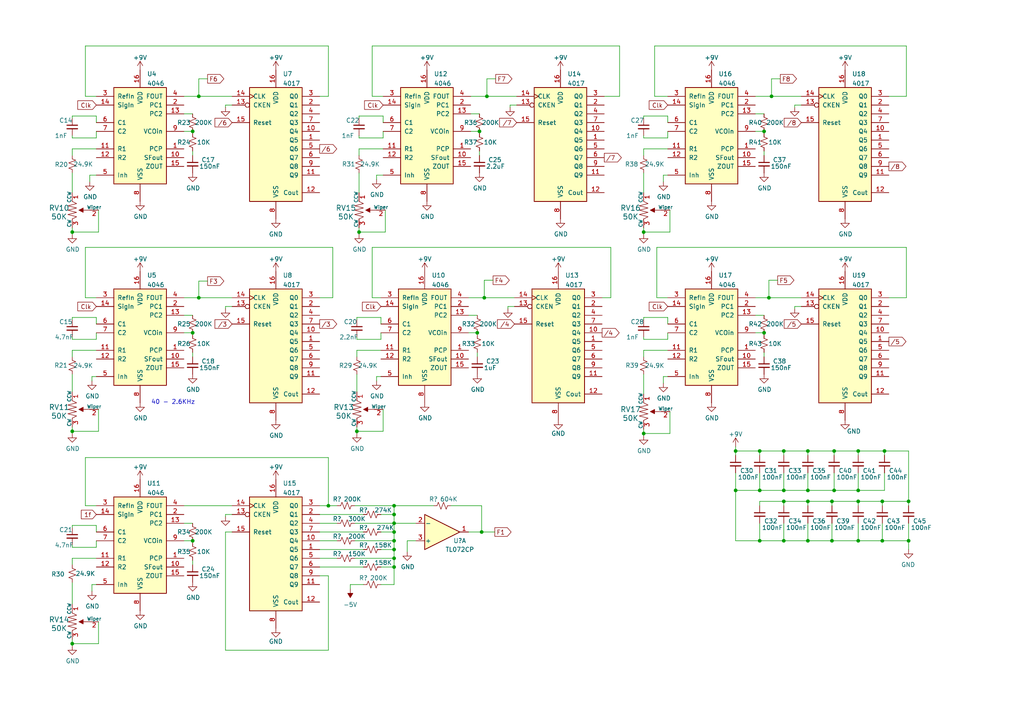
<source format=kicad_sch>
(kicad_sch (version 20211123) (generator eeschema)
  (paper "A4")
  (junction (at 55.88 156.845))
  (junction (at 55.88 96.52))
  (junction (at 114.3 161.925))
  (junction (at 241.3 156.845))
  (junction (at 227.33 142.24))
  (junction (at 139.065 38.1))
  (junction (at 20.955 67.31))
  (junction (at 186.69 125.73))
  (junction (at 139.7 154.305))
  (junction (at 263.525 145.415))
  (junction (at 57.658 27.94))
  (junction (at 248.92 142.24))
  (junction (at 114.3 164.465))
  (junction (at 114.3 154.305))
  (junction (at 256.54 130.81))
  (junction (at 186.69 67.31))
  (junction (at 234.315 145.415))
  (junction (at 95.25 146.685))
  (junction (at 220.345 156.845))
  (junction (at 55.88 38.1))
  (junction (at 234.315 142.24))
  (junction (at 141.224 27.94))
  (junction (at 20.955 186.69))
  (junction (at 227.33 156.845))
  (junction (at 140.462 86.36))
  (junction (at 248.92 156.845))
  (junction (at 114.3 159.385))
  (junction (at 227.33 145.415))
  (junction (at 114.3 149.225))
  (junction (at 241.3 145.415))
  (junction (at 114.3 156.845))
  (junction (at 263.525 156.845))
  (junction (at 138.43 96.52))
  (junction (at 114.3 146.685))
  (junction (at 213.36 142.24))
  (junction (at 114.3 151.765))
  (junction (at 221.615 96.52))
  (junction (at 234.315 156.845))
  (junction (at 220.345 130.81))
  (junction (at 20.955 125.095))
  (junction (at 223.774 27.94))
  (junction (at 255.905 156.845))
  (junction (at 227.33 130.81))
  (junction (at 241.935 130.81))
  (junction (at 255.905 145.415))
  (junction (at 241.935 142.24))
  (junction (at 57.658 86.36))
  (junction (at 234.315 130.81))
  (junction (at 223.012 86.36))
  (junction (at 103.505 125.095))
  (junction (at 220.345 142.24))
  (junction (at 221.615 38.1))
  (junction (at 248.92 145.415))
  (junction (at 248.92 130.81))
  (junction (at 104.14 67.31))
  (junction (at 213.36 130.81))
  (wire (pts (xy 103.505 98.425) (xy 103.505 97.79)))
  (wire (pts (xy 20.955 123.825) (xy 20.955 125.095)))
  (wire (pts (xy 220.345 137.16) (xy 220.345 142.24)))
  (wire (pts (xy 192.405 52.705) (xy 192.405 50.8)))
  (wire (pts (xy 109.22 50.8) (xy 111.125 50.8)))
  (wire (pts (xy 248.92 130.81) (xy 256.54 130.81)))
  (wire (pts (xy 193.675 92.075) (xy 186.69 92.075)))
  (wire (pts (xy 225.552 81.28) (xy 223.012 81.28)))
  (wire (pts (xy 28.575 180.34) (xy 28.575 186.69)))
  (wire (pts (xy 103.505 101.6) (xy 103.505 103.505)))
  (wire (pts (xy 53.34 96.52) (xy 55.88 96.52)))
  (wire (pts (xy 109.22 52.07) (xy 109.22 50.8)))
  (wire (pts (xy 213.36 129.54) (xy 213.36 130.81)))
  (wire (pts (xy 55.88 102.235) (xy 55.88 103.505)))
  (wire (pts (xy 139.7 154.305) (xy 135.89 154.305)))
  (wire (pts (xy 92.71 156.845) (xy 97.79 156.845)))
  (wire (pts (xy 262.89 27.94) (xy 257.81 27.94)))
  (wire (pts (xy 220.345 132.08) (xy 220.345 130.81)))
  (wire (pts (xy 219.075 38.1) (xy 221.615 38.1)))
  (wire (pts (xy 241.3 146.685) (xy 241.3 145.415)))
  (wire (pts (xy 102.87 146.685) (xy 114.3 146.685)))
  (wire (pts (xy 60.198 81.534) (xy 57.658 81.534)))
  (wire (pts (xy 103.505 108.585) (xy 103.505 113.665)))
  (wire (pts (xy 226.314 22.86) (xy 223.774 22.86)))
  (wire (pts (xy 111.76 60.96) (xy 111.76 67.31)))
  (wire (pts (xy 28.575 118.745) (xy 28.575 125.095)))
  (wire (pts (xy 92.71 167.005) (xy 95.25 167.005)))
  (wire (pts (xy 96.52 86.36) (xy 92.71 86.36)))
  (wire (pts (xy 193.675 86.36) (xy 190.5 86.36)))
  (wire (pts (xy 27.94 161.925) (xy 20.955 161.925)))
  (wire (pts (xy 192.405 111.125) (xy 192.405 109.22)))
  (wire (pts (xy 262.89 86.36) (xy 257.81 86.36)))
  (wire (pts (xy 27.94 96.52) (xy 27.94 98.425)))
  (wire (pts (xy 65.405 188.595) (xy 65.405 154.305)))
  (wire (pts (xy 263.525 146.685) (xy 263.525 145.415)))
  (wire (pts (xy 219.075 27.94) (xy 223.774 27.94)))
  (wire (pts (xy 140.462 86.36) (xy 149.225 86.36)))
  (wire (pts (xy 177.165 71.755) (xy 177.165 86.36)))
  (wire (pts (xy 95.25 132.715) (xy 95.25 146.685)))
  (wire (pts (xy 53.34 33.02) (xy 55.88 33.02)))
  (wire (pts (xy 110.49 169.545) (xy 114.3 169.545)))
  (wire (pts (xy 263.525 156.845) (xy 263.525 159.385)))
  (wire (pts (xy 57.658 81.534) (xy 57.658 86.36)))
  (wire (pts (xy 27.94 156.845) (xy 27.94 158.75)))
  (wire (pts (xy 110.49 149.225) (xy 114.3 149.225)))
  (wire (pts (xy 255.905 146.685) (xy 255.905 145.415)))
  (wire (pts (xy 147.32 89.535) (xy 147.32 88.9)))
  (wire (pts (xy 114.3 154.305) (xy 114.3 156.845)))
  (wire (pts (xy 114.3 156.845) (xy 114.3 159.385)))
  (wire (pts (xy 53.34 156.845) (xy 55.88 156.845)))
  (wire (pts (xy 256.54 130.81) (xy 263.525 130.81)))
  (wire (pts (xy 194.31 67.31) (xy 186.69 67.31)))
  (wire (pts (xy 20.955 50.165) (xy 20.955 55.88)))
  (wire (pts (xy 101.6 169.545) (xy 105.41 169.545)))
  (wire (pts (xy 24.765 27.94) (xy 24.765 13.335)))
  (wire (pts (xy 110.49 96.52) (xy 110.49 98.425)))
  (wire (pts (xy 135.89 91.44) (xy 138.43 91.44)))
  (wire (pts (xy 20.955 43.18) (xy 20.955 45.085)))
  (wire (pts (xy 111.125 38.1) (xy 111.125 40.005)))
  (wire (pts (xy 213.36 156.845) (xy 220.345 156.845)))
  (wire (pts (xy 189.865 27.94) (xy 189.865 13.335)))
  (wire (pts (xy 234.315 145.415) (xy 241.3 145.415)))
  (wire (pts (xy 110.49 93.98) (xy 110.49 92.075)))
  (wire (pts (xy 241.3 156.845) (xy 248.92 156.845)))
  (wire (pts (xy 136.525 38.1) (xy 139.065 38.1)))
  (wire (pts (xy 107.95 27.94) (xy 107.95 13.335)))
  (wire (pts (xy 194.31 125.73) (xy 186.69 125.73)))
  (wire (pts (xy 109.22 110.49) (xy 109.22 109.22)))
  (wire (pts (xy 219.075 86.36) (xy 223.012 86.36)))
  (wire (pts (xy 104.14 40.005) (xy 104.14 39.37)))
  (wire (pts (xy 57.658 27.94) (xy 67.31 27.94)))
  (wire (pts (xy 92.71 154.305) (xy 105.41 154.305)))
  (wire (pts (xy 248.92 145.415) (xy 255.905 145.415)))
  (wire (pts (xy 26.67 169.545) (xy 27.94 169.545)))
  (wire (pts (xy 27.94 93.98) (xy 27.94 92.075)))
  (wire (pts (xy 53.34 27.94) (xy 57.658 27.94)))
  (wire (pts (xy 55.88 96.52) (xy 55.88 97.155)))
  (wire (pts (xy 95.25 146.685) (xy 97.79 146.685)))
  (wire (pts (xy 248.92 142.24) (xy 256.54 142.24)))
  (wire (pts (xy 219.075 33.02) (xy 221.615 33.02)))
  (wire (pts (xy 190.5 86.36) (xy 190.5 71.755)))
  (wire (pts (xy 193.675 33.655) (xy 186.69 33.655)))
  (wire (pts (xy 114.3 164.465) (xy 114.3 169.545)))
  (wire (pts (xy 179.705 27.94) (xy 175.26 27.94)))
  (wire (pts (xy 104.14 66.04) (xy 104.14 67.31)))
  (wire (pts (xy 255.905 151.765) (xy 255.905 156.845)))
  (wire (pts (xy 186.69 101.6) (xy 186.69 103.505)))
  (wire (pts (xy 111.125 27.94) (xy 107.95 27.94)))
  (wire (pts (xy 186.69 50.165) (xy 186.69 55.88)))
  (wire (pts (xy 227.33 156.845) (xy 234.315 156.845)))
  (wire (pts (xy 96.52 71.755) (xy 96.52 86.36)))
  (wire (pts (xy 65.405 31.115) (xy 65.405 30.48)))
  (wire (pts (xy 234.315 142.24) (xy 241.935 142.24)))
  (wire (pts (xy 248.92 132.08) (xy 248.92 130.81)))
  (wire (pts (xy 255.905 156.845) (xy 263.525 156.845)))
  (wire (pts (xy 186.69 66.04) (xy 186.69 67.31)))
  (wire (pts (xy 190.5 71.755) (xy 262.89 71.755)))
  (wire (pts (xy 234.315 132.08) (xy 234.315 130.81)))
  (wire (pts (xy 227.33 145.415) (xy 234.315 145.415)))
  (wire (pts (xy 57.658 22.86) (xy 57.658 27.94)))
  (wire (pts (xy 20.955 98.425) (xy 20.955 97.79)))
  (wire (pts (xy 111.125 33.655) (xy 104.14 33.655)))
  (wire (pts (xy 136.525 27.94) (xy 141.224 27.94)))
  (wire (pts (xy 220.345 156.845) (xy 227.33 156.845)))
  (wire (pts (xy 220.345 130.81) (xy 227.33 130.81)))
  (wire (pts (xy 263.525 151.765) (xy 263.525 156.845)))
  (wire (pts (xy 27.94 35.56) (xy 27.94 33.655)))
  (wire (pts (xy 26.67 109.22) (xy 27.94 109.22)))
  (wire (pts (xy 27.94 33.655) (xy 20.955 33.655)))
  (wire (pts (xy 262.89 13.335) (xy 262.89 27.94)))
  (wire (pts (xy 186.69 124.46) (xy 186.69 125.73)))
  (wire (pts (xy 92.71 164.465) (xy 105.41 164.465)))
  (wire (pts (xy 255.905 145.415) (xy 263.525 145.415)))
  (wire (pts (xy 221.615 102.235) (xy 221.615 103.505)))
  (wire (pts (xy 248.92 156.845) (xy 255.905 156.845)))
  (wire (pts (xy 143.764 22.86) (xy 141.224 22.86)))
  (wire (pts (xy 24.765 71.755) (xy 96.52 71.755)))
  (wire (pts (xy 20.955 108.585) (xy 20.955 113.665)))
  (wire (pts (xy 140.462 81.28) (xy 140.462 86.36)))
  (wire (pts (xy 213.36 132.08) (xy 213.36 130.81)))
  (wire (pts (xy 20.955 67.31) (xy 20.955 67.945)))
  (wire (pts (xy 234.315 146.685) (xy 234.315 145.415)))
  (wire (pts (xy 234.315 156.845) (xy 241.3 156.845)))
  (wire (pts (xy 114.3 151.765) (xy 120.65 151.765)))
  (wire (pts (xy 53.34 146.685) (xy 67.31 146.685)))
  (wire (pts (xy 53.34 38.1) (xy 55.88 38.1)))
  (wire (pts (xy 186.69 125.73) (xy 186.69 126.365)))
  (wire (pts (xy 110.49 86.36) (xy 107.95 86.36)))
  (wire (pts (xy 193.675 101.6) (xy 186.69 101.6)))
  (wire (pts (xy 223.774 22.86) (xy 223.774 27.94)))
  (wire (pts (xy 248.92 146.685) (xy 248.92 145.415)))
  (wire (pts (xy 194.31 60.96) (xy 194.31 67.31)))
  (wire (pts (xy 230.505 89.535) (xy 230.505 88.9)))
  (wire (pts (xy 241.3 151.765) (xy 241.3 156.845)))
  (wire (pts (xy 55.88 162.56) (xy 55.88 163.83)))
  (wire (pts (xy 20.955 66.04) (xy 20.955 67.31)))
  (wire (pts (xy 138.43 96.52) (xy 138.43 97.155)))
  (wire (pts (xy 102.87 161.925) (xy 114.3 161.925)))
  (wire (pts (xy 130.81 146.685) (xy 139.7 146.685)))
  (wire (pts (xy 193.675 96.52) (xy 193.675 98.425)))
  (wire (pts (xy 230.505 30.48) (xy 232.41 30.48)))
  (wire (pts (xy 220.345 146.685) (xy 220.345 145.415)))
  (wire (pts (xy 230.505 31.115) (xy 230.505 30.48)))
  (wire (pts (xy 92.71 161.925) (xy 97.79 161.925)))
  (wire (pts (xy 111.125 40.005) (xy 104.14 40.005)))
  (wire (pts (xy 179.705 13.335) (xy 179.705 27.94)))
  (wire (pts (xy 227.33 146.685) (xy 227.33 145.415)))
  (wire (pts (xy 28.575 125.095) (xy 20.955 125.095)))
  (wire (pts (xy 111.125 125.095) (xy 103.505 125.095)))
  (wire (pts (xy 221.615 38.1) (xy 221.615 38.735)))
  (wire (pts (xy 139.7 146.685) (xy 139.7 154.305)))
  (wire (pts (xy 110.49 159.385) (xy 114.3 159.385)))
  (wire (pts (xy 28.575 60.96) (xy 28.575 67.31)))
  (wire (pts (xy 213.36 142.24) (xy 213.36 156.845)))
  (wire (pts (xy 141.224 22.86) (xy 141.224 27.94)))
  (wire (pts (xy 111.125 118.745) (xy 111.125 125.095)))
  (wire (pts (xy 186.69 92.075) (xy 186.69 92.71)))
  (wire (pts (xy 194.31 119.38) (xy 194.31 125.73)))
  (wire (pts (xy 26.035 52.705) (xy 26.035 50.8)))
  (wire (pts (xy 114.3 161.925) (xy 114.3 164.465)))
  (wire (pts (xy 27.94 40.005) (xy 20.955 40.005)))
  (wire (pts (xy 24.765 132.715) (xy 24.765 146.685)))
  (wire (pts (xy 27.94 152.4) (xy 20.955 152.4)))
  (wire (pts (xy 65.405 149.86) (xy 65.405 149.225)))
  (wire (pts (xy 141.224 27.94) (xy 149.86 27.94)))
  (wire (pts (xy 55.88 156.845) (xy 55.88 157.48)))
  (wire (pts (xy 234.315 137.16) (xy 234.315 142.24)))
  (wire (pts (xy 20.955 185.42) (xy 20.955 186.69)))
  (wire (pts (xy 92.71 151.765) (xy 97.79 151.765)))
  (wire (pts (xy 186.69 43.18) (xy 186.69 45.085)))
  (wire (pts (xy 107.95 86.36) (xy 107.95 71.755)))
  (wire (pts (xy 92.71 159.385) (xy 105.41 159.385)))
  (wire (pts (xy 230.505 88.9) (xy 232.41 88.9)))
  (wire (pts (xy 53.34 86.36) (xy 57.658 86.36)))
  (wire (pts (xy 193.675 40.005) (xy 186.69 40.005)))
  (wire (pts (xy 95.25 188.595) (xy 65.405 188.595)))
  (wire (pts (xy 26.67 169.545) (xy 26.67 171.45)))
  (wire (pts (xy 139.7 154.305) (xy 143.51 154.305)))
  (wire (pts (xy 109.22 109.22) (xy 110.49 109.22)))
  (wire (pts (xy 27.94 98.425) (xy 20.955 98.425)))
  (wire (pts (xy 213.36 130.81) (xy 220.345 130.81)))
  (wire (pts (xy 102.87 151.765) (xy 114.3 151.765)))
  (wire (pts (xy 234.315 151.765) (xy 234.315 156.845)))
  (wire (pts (xy 186.69 40.005) (xy 186.69 39.37)))
  (wire (pts (xy 111.76 67.31) (xy 104.14 67.31)))
  (wire (pts (xy 219.075 96.52) (xy 221.615 96.52)))
  (wire (pts (xy 27.94 27.94) (xy 24.765 27.94)))
  (wire (pts (xy 28.575 67.31) (xy 20.955 67.31)))
  (wire (pts (xy 241.935 142.24) (xy 248.92 142.24)))
  (wire (pts (xy 220.345 142.24) (xy 227.33 142.24)))
  (wire (pts (xy 193.675 93.98) (xy 193.675 92.075)))
  (wire (pts (xy 20.955 168.91) (xy 20.955 175.26)))
  (wire (pts (xy 110.49 154.305) (xy 114.3 154.305)))
  (wire (pts (xy 111.125 35.56) (xy 111.125 33.655)))
  (wire (pts (xy 136.525 33.02) (xy 139.065 33.02)))
  (wire (pts (xy 27.94 92.075) (xy 20.955 92.075)))
  (wire (pts (xy 220.345 151.765) (xy 220.345 156.845)))
  (wire (pts (xy 101.6 170.815) (xy 101.6 169.545)))
  (wire (pts (xy 192.405 50.8) (xy 193.675 50.8)))
  (wire (pts (xy 135.89 86.36) (xy 140.462 86.36)))
  (wire (pts (xy 241.3 145.415) (xy 248.92 145.415)))
  (wire (pts (xy 186.69 98.425) (xy 186.69 97.79)))
  (wire (pts (xy 20.955 152.4) (xy 20.955 153.035)))
  (wire (pts (xy 227.33 132.08) (xy 227.33 130.81)))
  (wire (pts (xy 60.198 22.86) (xy 57.658 22.86)))
  (wire (pts (xy 110.49 98.425) (xy 103.505 98.425)))
  (wire (pts (xy 26.67 110.49) (xy 26.67 109.22)))
  (wire (pts (xy 65.405 154.305) (xy 67.31 154.305)))
  (wire (pts (xy 248.92 151.765) (xy 248.92 156.845)))
  (wire (pts (xy 139.065 43.815) (xy 139.065 45.085)))
  (wire (pts (xy 110.49 164.465) (xy 114.3 164.465)))
  (wire (pts (xy 20.955 33.655) (xy 20.955 34.29)))
  (wire (pts (xy 147.32 88.9) (xy 149.225 88.9)))
  (wire (pts (xy 102.87 156.845) (xy 114.3 156.845)))
  (wire (pts (xy 186.69 108.585) (xy 186.69 114.3)))
  (wire (pts (xy 20.955 158.75) (xy 20.955 158.115)))
  (wire (pts (xy 95.25 132.715) (xy 24.765 132.715)))
  (wire (pts (xy 95.25 27.94) (xy 92.71 27.94)))
  (wire (pts (xy 227.33 142.24) (xy 234.315 142.24)))
  (wire (pts (xy 256.54 132.08) (xy 256.54 130.81)))
  (wire (pts (xy 27.94 158.75) (xy 20.955 158.75)))
  (wire (pts (xy 65.405 30.48) (xy 67.31 30.48)))
  (wire (pts (xy 95.25 13.335) (xy 95.25 27.94)))
  (wire (pts (xy 234.315 130.81) (xy 241.935 130.81)))
  (wire (pts (xy 53.34 151.765) (xy 55.88 151.765)))
  (wire (pts (xy 147.955 30.48) (xy 149.86 30.48)))
  (wire (pts (xy 27.94 43.18) (xy 20.955 43.18)))
  (wire (pts (xy 104.14 33.655) (xy 104.14 34.29)))
  (wire (pts (xy 227.33 137.16) (xy 227.33 142.24)))
  (wire (pts (xy 118.11 156.845) (xy 120.65 156.845)))
  (wire (pts (xy 103.505 125.095) (xy 103.505 125.73)))
  (wire (pts (xy 118.11 160.02) (xy 118.11 156.845)))
  (wire (pts (xy 262.89 71.755) (xy 262.89 86.36)))
  (wire (pts (xy 114.3 146.685) (xy 125.73 146.685)))
  (wire (pts (xy 103.505 92.075) (xy 103.505 92.71)))
  (wire (pts (xy 65.405 89.535) (xy 65.405 88.9)))
  (wire (pts (xy 107.95 13.335) (xy 179.705 13.335)))
  (wire (pts (xy 57.658 86.36) (xy 67.31 86.36)))
  (wire (pts (xy 193.675 38.1) (xy 193.675 40.005)))
  (wire (pts (xy 256.54 137.16) (xy 256.54 142.24)))
  (wire (pts (xy 219.075 91.44) (xy 221.615 91.44)))
  (wire (pts (xy 20.955 161.925) (xy 20.955 163.83)))
  (wire (pts (xy 263.525 130.81) (xy 263.525 145.415)))
  (wire (pts (xy 213.36 137.16) (xy 213.36 142.24)))
  (wire (pts (xy 193.675 35.56) (xy 193.675 33.655)))
  (wire (pts (xy 193.675 27.94) (xy 189.865 27.94)))
  (wire (pts (xy 193.675 43.18) (xy 186.69 43.18)))
  (wire (pts (xy 55.88 43.815) (xy 55.88 45.085)))
  (wire (pts (xy 223.012 86.36) (xy 232.41 86.36)))
  (wire (pts (xy 107.95 71.755) (xy 177.165 71.755)))
  (wire (pts (xy 213.36 142.24) (xy 220.345 142.24)))
  (wire (pts (xy 104.14 50.165) (xy 104.14 55.88)))
  (wire (pts (xy 189.865 13.335) (xy 262.89 13.335)))
  (wire (pts (xy 139.065 38.1) (xy 139.065 38.735)))
  (wire (pts (xy 28.575 186.69) (xy 20.955 186.69)))
  (wire (pts (xy 114.3 146.685) (xy 114.3 149.225)))
  (wire (pts (xy 114.3 149.225) (xy 114.3 151.765)))
  (wire (pts (xy 221.615 43.815) (xy 221.615 45.085)))
  (wire (pts (xy 241.935 130.81) (xy 248.92 130.81)))
  (wire (pts (xy 53.34 91.44) (xy 55.88 91.44)))
  (wire (pts (xy 193.675 98.425) (xy 186.69 98.425)))
  (wire (pts (xy 186.69 67.31) (xy 186.69 67.945)))
  (wire (pts (xy 95.25 167.005) (xy 95.25 188.595)))
  (wire (pts (xy 20.955 125.095) (xy 20.955 125.73)))
  (wire (pts (xy 177.165 86.36) (xy 174.625 86.36)))
  (wire (pts (xy 26.035 50.8) (xy 27.94 50.8)))
  (wire (pts (xy 114.3 151.765) (xy 114.3 154.305)))
  (wire (pts (xy 65.405 88.9) (xy 67.31 88.9)))
  (wire (pts (xy 227.33 130.81) (xy 234.315 130.81)))
  (wire (pts (xy 227.33 151.765) (xy 227.33 156.845)))
  (wire (pts (xy 192.405 109.22) (xy 193.675 109.22)))
  (wire (pts (xy 147.955 31.115) (xy 147.955 30.48)))
  (wire (pts (xy 143.002 81.28) (xy 140.462 81.28)))
  (wire (pts (xy 186.69 33.655) (xy 186.69 34.29)))
  (wire (pts (xy 220.345 145.415) (xy 227.33 145.415)))
  (wire (pts (xy 104.14 67.31) (xy 104.14 67.945)))
  (wire (pts (xy 221.615 96.52) (xy 221.615 97.155)))
  (wire (pts (xy 24.765 86.36) (xy 24.765 71.755)))
  (wire (pts (xy 24.765 13.335) (xy 95.25 13.335)))
  (wire (pts (xy 27.94 86.36) (xy 24.765 86.36)))
  (wire (pts (xy 20.955 92.075) (xy 20.955 92.71)))
  (wire (pts (xy 114.3 159.385) (xy 114.3 161.925)))
  (wire (pts (xy 92.71 149.225) (xy 105.41 149.225)))
  (wire (pts (xy 103.505 123.825) (xy 103.505 125.095)))
  (wire (pts (xy 223.012 81.28) (xy 223.012 86.36)))
  (wire (pts (xy 110.49 101.6) (xy 103.505 101.6)))
  (wire (pts (xy 110.49 92.075) (xy 103.505 92.075)))
  (wire (pts (xy 27.94 101.6) (xy 20.955 101.6)))
  (wire (pts (xy 20.955 101.6) (xy 20.955 103.505)))
  (wire (pts (xy 20.955 40.005) (xy 20.955 39.37)))
  (wire (pts (xy 104.14 43.18) (xy 104.14 45.085)))
  (wire (pts (xy 111.125 43.18) (xy 104.14 43.18)))
  (wire (pts (xy 248.92 137.16) (xy 248.92 142.24)))
  (wire (pts (xy 27.94 154.305) (xy 27.94 152.4)))
  (wire (pts (xy 65.405 149.225) (xy 67.31 149.225)))
  (wire (pts (xy 135.89 96.52) (xy 138.43 96.52)))
  (wire (pts (xy 55.88 38.1) (xy 55.88 38.735)))
  (wire (pts (xy 92.71 146.685) (xy 95.25 146.685)))
  (wire (pts (xy 241.935 137.16) (xy 241.935 142.24)))
  (wire (pts (xy 27.94 38.1) (xy 27.94 40.005)))
  (wire (pts (xy 241.935 132.08) (xy 241.935 130.81)))
  (wire (pts (xy 138.43 102.235) (xy 138.43 103.505)))
  (wire (pts (xy 24.765 146.685) (xy 27.94 146.685)))
  (wire (pts (xy 223.774 27.94) (xy 232.41 27.94)))
  (wire (pts (xy 20.955 186.69) (xy 20.955 187.325)))
  (text "40 - 2.6KHz" (at 43.815 117.475 0) (effects (font (size 1.27 1.27)) (justify left bottom)))
  (global_label "F7" (shape output) (at 143.764 22.86 0) (property "Intersheet References" "${INTERSHEET_REFS}" (effects hide)))
  (global_label "{slash}8" (shape output) (at 257.81 48.26 0) (property "Intersheet References" "${INTERSHEET_REFS}" (effects hide)))
  (global_label "F5" (shape output) (at 225.552 81.28 0) (property "Intersheet References" "${INTERSHEET_REFS}" (effects hide)))
  (global_label "{slash}7" (shape output) (at 175.26 45.72 0) (property "Intersheet References" "${INTERSHEET_REFS}" (effects hide)))
  (global_label "1f" (shape input) (at 27.94 149.225 180) (property "Intersheet References" "${INTERSHEET_REFS}" (effects hide)))
  (global_label "Clk" (shape input) (at 111.125 30.48 180) (property "Intersheet References" "${INTERSHEET_REFS}" (effects hide)))
  (global_label "{slash}8" (shape input) (at 232.41 35.56 180) (property "Intersheet References" "${INTERSHEET_REFS}" (effects hide)))
  (global_label "{slash}4" (shape input) (at 149.225 93.98 180) (property "Intersheet References" "${INTERSHEET_REFS}" (effects hide)))
  (global_label "{slash}3" (shape input) (at 67.31 93.98 180) (property "Intersheet References" "${INTERSHEET_REFS}" (effects hide)))
  (global_label "Clk" (shape input) (at 110.49 88.9 180) (property "Intersheet References" "${INTERSHEET_REFS}" (effects hide)))
  (global_label "{slash}6" (shape input) (at 67.31 35.56 180) (property "Intersheet References" "${INTERSHEET_REFS}" (effects hide)))
  (global_label "F1" (shape output) (at 143.51 154.305 0) (property "Intersheet References" "${INTERSHEET_REFS}" (effects hide)))
  (global_label "Clk" (shape input) (at 27.94 30.48 180) (property "Intersheet References" "${INTERSHEET_REFS}" (effects hide)))
  (global_label "F4" (shape output) (at 143.002 81.28 0) (property "Intersheet References" "${INTERSHEET_REFS}" (effects hide)))
  (global_label "{slash}5" (shape output) (at 257.81 99.06 0) (property "Intersheet References" "${INTERSHEET_REFS}" (effects hide)))
  (global_label "F3" (shape output) (at 60.198 81.534 0) (property "Intersheet References" "${INTERSHEET_REFS}" (effects hide)))
  (global_label "{slash}7" (shape input) (at 149.86 35.56 180) (property "Intersheet References" "${INTERSHEET_REFS}" (effects hide)))
  (global_label "F6" (shape output) (at 60.198 22.86 0) (property "Intersheet References" "${INTERSHEET_REFS}" (effects hide)))
  (global_label "{slash}5" (shape input) (at 232.41 93.98 180) (property "Intersheet References" "${INTERSHEET_REFS}" (effects hide)))
  (global_label "F8" (shape output) (at 226.314 22.86 0) (property "Intersheet References" "${INTERSHEET_REFS}" (effects hide)))
  (global_label "Clk" (shape input) (at 193.675 30.48 180) (property "Intersheet References" "${INTERSHEET_REFS}" (effects hide)))
  (global_label "Clk" (shape input) (at 27.94 88.9 180) (property "Intersheet References" "${INTERSHEET_REFS}" (effects hide)))
  (global_label "{slash}3" (shape output) (at 92.71 93.98 0) (property "Intersheet References" "${INTERSHEET_REFS}" (effects hide)))
  (global_label "Clk" (shape input) (at 193.675 88.9 180) (property "Intersheet References" "${INTERSHEET_REFS}" (effects hide)))
  (global_label "{slash}4" (shape output) (at 174.625 96.52 0) (property "Intersheet References" "${INTERSHEET_REFS}" (effects hide)))
  (global_label "{slash}6" (shape output) (at 92.71 43.18 0) (property "Intersheet References" "${INTERSHEET_REFS}" (effects hide)))
  (symbol (lib_id "dk_Trimmer-Potentiometers:TC33X-2-103E") (at 104.14 60.96 270) (unit 1)
    (property "Reference" "RV15" (at 100.33 60.325 90) (effects (font (size 1.524 1.524))))
    (property "Value" "50K" (at 100.33 62.865 90) (effects (font (size 1.524 1.524))))
    (property "Footprint" "sputterizer:Potentiometer_Bourns_3224W_Vertical" (effects hide))
    (property "Datasheet" "https://www.bourns.com/docs/Product-Datasheets/TC33.pdf" (effects hide))
    (property "Digi-Key Part" "490-2881-ND" (effects hide))
    (property "LCSC Part #" "C48484" (effects hide))
  )
  (symbol (lib_id "4xxx:4017") (at 80.01 40.64 0) (unit 1)
    (property "Reference" "U7" (at 82.0294 21.4335 0) (effects (justify left)))
    (property "Value" "4017" (at 82.0294 24.2086 0) (effects (justify left)))
    (property "Footprint" "Package_SO:SOIC-16_3.9x9.9mm_P1.27mm" (effects hide))
    (property "Datasheet" "http://www.intersil.com/content/dam/Intersil/documents/cd40/cd4017bms-22bms.pdf" (effects hide))
    (property "Digi-Key Part" "296-12808-1-ND" (effects hide))
    (property "LCSC Part #" "C11349" (effects hide))
  )
  (symbol (lib_id "4xxx:4046") (at 206.375 38.1 0) (unit 1)
    (property "Reference" "U16" (at 208.3944 21.4335 0) (effects (justify left)))
    (property "Value" "4046" (at 208.3944 24.2086 0) (effects (justify left)))
    (property "Footprint" "Package_SO:TSSOP-16_4.4x5mm_P0.65mm" (effects hide))
    (property "Datasheet" "https://assets.nexperia.com/documents/data-sheet/HEF4046B.pdf" (effects hide))
    (property "LCSC Part #" "C2651240" (effects hide))
  )
  (symbol (lib_id "4xxx:4017") (at 161.925 99.06 0) (unit 1)
    (property "Reference" "U13" (at 163.9444 79.8535 0) (effects (justify left)))
    (property "Value" "4017" (at 163.9444 82.6286 0) (effects (justify left)))
    (property "Footprint" "Package_SO:SOIC-16_3.9x9.9mm_P1.27mm" (effects hide))
    (property "Datasheet" "http://www.intersil.com/content/dam/Intersil/documents/cd40/cd4017bms-22bms.pdf" (effects hide))
    (property "Digi-Key Part" "296-12808-1-ND" (effects hide))
    (property "LCSC Part #" "C11349" (effects hide))
  )
  (symbol (lib_id "Device:R_Small_US") (at 138.43 99.695 0) (unit 1)
    (property "Reference" "R33" (at 135.89 99.695 0))
    (property "Value" "10K" (at 141.605 99.695 0))
    (property "Footprint" "Resistor_SMD:R_0805_2012Metric_Pad1.20x1.40mm_HandSolder" (effects hide))
    (property "Digi-Key Part" "CF14JT10K0CT-ND" (effects hide))
    (property "LCSC Part #" "C217770" (effects hide))
  )
  (symbol (lib_id "4xxx:4046") (at 40.64 96.52 0) (unit 1)
    (property "Reference" "U5" (at 42.6594 79.8535 0) (effects (justify left)))
    (property "Value" "4046" (at 42.6594 82.6286 0) (effects (justify left)))
    (property "Footprint" "Package_SO:TSSOP-16_4.4x5mm_P0.65mm" (effects hide))
    (property "Datasheet" "https://assets.nexperia.com/documents/data-sheet/HEF4046B.pdf" (effects hide))
    (property "LCSC Part #" "C2651240" (effects hide))
  )
  (symbol (lib_id "Device:C_Small") (at 213.36 134.62 0) (unit 1)
    (property "Reference" "C30" (at 214.63 136.525 0) (effects (justify left)))
    (property "Value" "100nF" (at 213.995 138.43 0) (effects (justify left)))
    (property "Footprint" "Capacitor_SMD:C_0805_2012Metric_Pad1.18x1.45mm_HandSolder" (effects hide))
    (property "Datasheet" "http://datasheets.avx.com/SR-Series.pdf" (effects hide))
    (property "Digi-Key Part" "478-10836-1-ND" (effects hide))
    (property "LCSC Part #" "C49678" (effects hide))
  )
  (symbol (lib_id "power:GND") (at 245.11 121.92 0) (unit 1)
    (property "Reference" "#PWR072" (effects hide))
    (property "Value" "GND" (at 247.65 125.095 0))
  )
  (symbol (lib_id "Device:C_Small") (at 20.955 155.575 0) (unit 1)
    (property "Reference" "C21" (at 17.145 153.67 0) (effects (justify left)))
    (property "Value" "4.7nF" (at 15.875 158.115 0) (effects (justify left)))
    (property "Footprint" "Capacitor_SMD:C_0805_2012Metric_Pad1.18x1.45mm_HandSolder" (effects hide))
    (property "Datasheet" "http://datasheets.avx.com/SR-Series.pdf" (effects hide))
    (property "Digi-Key Part" "BC2662CT-ND" (effects hide))
    (property "LCSC Part #" "C107104" (effects hide))
  )
  (symbol (lib_id "Device:C_Small") (at 103.505 95.25 0) (unit 1)
    (property "Reference" "C20" (at 99.695 93.345 0) (effects (justify left)))
    (property "Value" "2.2nF" (at 98.425 97.79 0) (effects (justify left)))
    (property "Footprint" "Capacitor_SMD:C_0805_2012Metric_Pad1.18x1.45mm_HandSolder" (effects hide))
    (property "Datasheet" "http://datasheets.avx.com/SR-Series.pdf" (effects hide))
    (property "Digi-Key Part" "BC2662CT-ND" (effects hide))
    (property "LCSC Part #" "C150375" (effects hide))
  )
  (symbol (lib_id "Device:R_Small_US") (at 139.065 41.275 0) (unit 1)
    (property "Reference" "R37" (at 136.525 41.275 0))
    (property "Value" "10K" (at 142.24 41.275 0))
    (property "Footprint" "Resistor_SMD:R_0805_2012Metric_Pad1.20x1.40mm_HandSolder" (effects hide))
    (property "Digi-Key Part" "CF14JT10K0CT-ND" (effects hide))
    (property "LCSC Part #" "C217770" (effects hide))
  )
  (symbol (lib_id "dk_Trimmer-Potentiometers:TC33X-2-103E") (at 186.69 119.38 270) (unit 1)
    (property "Reference" "RV17" (at 182.88 118.745 90) (effects (font (size 1.524 1.524))))
    (property "Value" "50K" (at 182.88 121.285 90) (effects (font (size 1.524 1.524))))
    (property "Footprint" "sputterizer:Potentiometer_Bourns_3224W_Vertical" (effects hide))
    (property "Datasheet" "https://www.bourns.com/docs/Product-Datasheets/TC33.pdf" (effects hide))
    (property "Digi-Key Part" "490-2881-ND" (effects hide))
    (property "LCSC Part #" "C48484" (effects hide))
  )
  (symbol (lib_id "Device:R_Small_US") (at 55.88 99.695 0) (unit 1)
    (property "Reference" "R26" (at 53.34 99.695 0))
    (property "Value" "10K" (at 59.055 99.695 0))
    (property "Footprint" "Resistor_SMD:R_0805_2012Metric_Pad1.20x1.40mm_HandSolder" (effects hide))
    (property "Digi-Key Part" "CF14JT10K0CT-ND" (effects hide))
    (property "LCSC Part #" "C217770" (effects hide))
  )
  (symbol (lib_id "Amplifier_Operational:TL072") (at 128.27 154.305 0) (mirror x) (unit 1)
    (property "Reference" "U?" (at 133.35 156.845 0))
    (property "Value" "TL072CP" (at 133.35 159.385 0))
    (property "Footprint" "Package_SO:SOIC-8_3.9x4.9mm_P1.27mm" (effects hide))
    (property "Digi-Key Part" "296-1775-5-ND" (effects hide))
    (property "LCSC Part #" "C67473" (effects hide))
  )
  (symbol (lib_id "Device:R_Small_US") (at 100.33 151.765 90) (unit 1)
    (property "Reference" "R?" (at 97.79 150.495 90))
    (property "Value" "300K" (at 103.505 150.495 90))
    (property "Footprint" "Resistor_SMD:R_0805_2012Metric_Pad1.20x1.40mm_HandSolder" (effects hide))
    (property "Digi-Key Part" "CF14JT10K0CT-ND" (effects hide))
    (property "LCSC Part #" "C104082" (effects hide))
  )
  (symbol (lib_id "power:GND") (at 109.22 52.07 0) (unit 1)
    (property "Reference" "#PWR038" (effects hide))
    (property "Value" "GND" (at 109.347 56.4642 0))
  )
  (symbol (lib_id "power:GND") (at 80.01 63.5 0) (unit 1)
    (property "Reference" "#PWR031" (effects hide))
    (property "Value" "GND" (at 80.01 67.945 0))
  )
  (symbol (lib_id "Device:C_Small") (at 256.54 134.62 0) (unit 1)
    (property "Reference" "C44" (at 257.81 136.525 0) (effects (justify left)))
    (property "Value" "100nF" (at 257.175 138.43 0) (effects (justify left)))
    (property "Footprint" "Capacitor_SMD:C_0805_2012Metric_Pad1.18x1.45mm_HandSolder" (effects hide))
    (property "Datasheet" "http://datasheets.avx.com/SR-Series.pdf" (effects hide))
    (property "Digi-Key Part" "478-10836-1-ND" (effects hide))
    (property "LCSC Part #" "C49678" (effects hide))
  )
  (symbol (lib_id "Device:R_Small_US") (at 100.33 146.685 90) (unit 1)
    (property "Reference" "R?" (at 97.79 144.78 90))
    (property "Value" "200K" (at 102.235 144.78 90))
    (property "Footprint" "Resistor_SMD:R_0805_2012Metric_Pad1.20x1.40mm_HandSolder" (effects hide))
    (property "Digi-Key Part" "CF14JT10K0CT-ND" (effects hide))
    (property "LCSC Part #" "C104082" (effects hide))
  )
  (symbol (lib_id "power:GND") (at 20.955 125.73 0) (unit 1)
    (property "Reference" "#PWR0131" (effects hide))
    (property "Value" "GND" (at 21.082 130.1242 0))
  )
  (symbol (lib_id "power:GND") (at 26.67 171.45 0) (unit 1)
    (property "Reference" "#PWR037" (effects hide))
    (property "Value" "GND" (at 26.797 175.8442 0))
  )
  (symbol (lib_id "4xxx:4017") (at 245.11 99.06 0) (unit 1)
    (property "Reference" "U19" (at 247.1294 79.8535 0) (effects (justify left)))
    (property "Value" "4017" (at 247.1294 82.6286 0) (effects (justify left)))
    (property "Footprint" "Package_SO:SOIC-16_3.9x9.9mm_P1.27mm" (effects hide))
    (property "Datasheet" "http://www.intersil.com/content/dam/Intersil/documents/cd40/cd4017bms-22bms.pdf" (effects hide))
    (property "Digi-Key Part" "296-12808-1-ND" (effects hide))
    (property "LCSC Part #" "C11349" (effects hide))
  )
  (symbol (lib_id "power:GND") (at 20.955 67.945 0) (unit 1)
    (property "Reference" "#PWR0132" (effects hide))
    (property "Value" "GND" (at 21.082 72.3392 0))
  )
  (symbol (lib_id "dk_Trimmer-Potentiometers:TC33X-2-103E") (at 186.69 60.96 270) (unit 1)
    (property "Reference" "RV16" (at 182.88 60.325 90) (effects (font (size 1.524 1.524))))
    (property "Value" "50K" (at 182.88 62.865 90) (effects (font (size 1.524 1.524))))
    (property "Footprint" "sputterizer:Potentiometer_Bourns_3224W_Vertical" (effects hide))
    (property "Datasheet" "https://www.bourns.com/docs/Product-Datasheets/TC33.pdf" (effects hide))
    (property "Digi-Key Part" "490-2881-ND" (effects hide))
    (property "LCSC Part #" "C48484" (effects hide))
  )
  (symbol (lib_id "power:GND") (at 161.925 121.92 0) (unit 1)
    (property "Reference" "#PWR052" (effects hide))
    (property "Value" "GND" (at 161.925 125.73 0))
  )
  (symbol (lib_id "power:GND") (at 26.035 52.705 0) (unit 1)
    (property "Reference" "#PWR015" (effects hide))
    (property "Value" "GND" (at 26.162 57.0992 0))
  )
  (symbol (lib_id "power:GND") (at 263.525 159.385 0) (mirror y) (unit 1)
    (property "Reference" "#PWR068" (effects hide))
    (property "Value" "GND" (at 263.398 163.7792 0))
  )
  (symbol (lib_id "Device:C_Small") (at 227.33 134.62 0) (unit 1)
    (property "Reference" "C33" (at 228.6 136.525 0) (effects (justify left)))
    (property "Value" "100nF" (at 227.965 138.43 0) (effects (justify left)))
    (property "Footprint" "Capacitor_SMD:C_0805_2012Metric_Pad1.18x1.45mm_HandSolder" (effects hide))
    (property "Datasheet" "http://datasheets.avx.com/SR-Series.pdf" (effects hide))
    (property "Digi-Key Part" "478-10836-1-ND" (effects hide))
    (property "LCSC Part #" "C49678" (effects hide))
  )
  (symbol (lib_id "Device:R_Small_US") (at 221.615 41.275 0) (unit 1)
    (property "Reference" "R41" (at 219.075 41.275 0))
    (property "Value" "10K" (at 224.79 41.275 0))
    (property "Footprint" "Resistor_SMD:R_0805_2012Metric_Pad1.20x1.40mm_HandSolder" (effects hide))
    (property "Digi-Key Part" "CF14JT10K0CT-ND" (effects hide))
    (property "LCSC Part #" "C217770" (effects hide))
  )
  (symbol (lib_id "Device:R_Small_US") (at 107.95 164.465 90) (unit 1)
    (property "Reference" "R?" (at 105.41 163.195 90))
    (property "Value" "158K" (at 111.125 163.195 90))
    (property "Footprint" "Resistor_SMD:R_0805_2012Metric_Pad1.20x1.40mm_HandSolder" (effects hide))
    (property "Digi-Key Part" "CF14JT10K0CT-ND" (effects hide))
    (property "LCSC Part #" "C104082" (effects hide))
  )
  (symbol (lib_id "Device:R_Small_US") (at 221.615 93.98 0) (unit 1)
    (property "Reference" "R42" (at 219.075 93.98 0))
    (property "Value" "200K" (at 224.79 93.98 0))
    (property "Footprint" "Resistor_SMD:R_0805_2012Metric_Pad1.20x1.40mm_HandSolder" (effects hide))
    (property "Digi-Key Part" "CF14JT10K0CT-ND" (effects hide))
    (property "LCSC Part #" "C104082" (effects hide))
  )
  (symbol (lib_id "power:+9V") (at 80.01 78.74 0) (unit 1)
    (property "Reference" "#PWR0116" (effects hide))
    (property "Value" "+9V" (at 80.01 75.1355 0))
  )
  (symbol (lib_id "Device:R_Small_US") (at 20.955 106.045 0) (unit 1)
    (property "Reference" "R21" (at 17.682 105.9688 0))
    (property "Value" "24.9K" (at 24.13 106.045 0))
    (property "Footprint" "Resistor_SMD:R_0603_1608Metric" (effects hide))
    (property "Digi-Key Part" "CF14JT10K0CT-ND" (effects hide))
    (property "LCSC Part #" "C137761" (effects hide))
  )
  (symbol (lib_id "power:+9V") (at 123.825 20.32 0) (unit 1)
    (property "Reference" "#PWR0126" (effects hide))
    (property "Value" "+9V" (at 123.825 16.7155 0))
  )
  (symbol (lib_id "power:GND") (at 147.955 31.115 0) (unit 1)
    (property "Reference" "#PWR049" (effects hide))
    (property "Value" "GND" (effects hide))
  )
  (symbol (lib_id "power:+9V") (at 206.375 78.74 0) (unit 1)
    (property "Reference" "#PWR0120" (effects hide))
    (property "Value" "+9V" (at 206.375 75.1355 0))
  )
  (symbol (lib_id "Device:C_Small") (at 241.3 149.225 0) (unit 1)
    (property "Reference" "C39" (at 242.57 151.13 0) (effects (justify left)))
    (property "Value" "100nF" (at 241.935 153.035 0) (effects (justify left)))
    (property "Footprint" "Capacitor_SMD:C_0805_2012Metric_Pad1.18x1.45mm_HandSolder" (effects hide))
    (property "Datasheet" "http://datasheets.avx.com/SR-Series.pdf" (effects hide))
    (property "Digi-Key Part" "478-10836-1-ND" (effects hide))
    (property "LCSC Part #" "C49678" (effects hide))
  )
  (symbol (lib_id "Device:C_Small") (at 248.92 149.225 0) (unit 1)
    (property "Reference" "C42" (at 250.19 151.13 0) (effects (justify left)))
    (property "Value" "100nF" (at 249.555 153.035 0) (effects (justify left)))
    (property "Footprint" "Capacitor_SMD:C_0805_2012Metric_Pad1.18x1.45mm_HandSolder" (effects hide))
    (property "Datasheet" "http://datasheets.avx.com/SR-Series.pdf" (effects hide))
    (property "Digi-Key Part" "478-10836-1-ND" (effects hide))
    (property "LCSC Part #" "C49678" (effects hide))
  )
  (symbol (lib_id "Device:C_Small") (at 55.88 106.045 0) (unit 1)
    (property "Reference" "C18" (at 58.42 104.775 0) (effects (justify left)))
    (property "Value" "150nF" (at 57.785 106.68 0) (effects (justify left)))
    (property "Footprint" "Capacitor_SMD:C_0805_2012Metric_Pad1.18x1.45mm_HandSolder" (effects hide))
    (property "Datasheet" "http://datasheets.avx.com/SR-Series.pdf" (effects hide))
    (property "Digi-Key Part" "478-10836-1-ND" (effects hide))
    (property "LCSC Part #" "C541525" (effects hide))
  )
  (symbol (lib_id "power:+9V") (at 213.36 129.54 0) (unit 1)
    (property "Reference" "#PWR0119" (effects hide))
    (property "Value" "+9V" (at 213.36 125.9355 0))
  )
  (symbol (lib_id "Device:C_Small") (at 234.315 149.225 0) (unit 1)
    (property "Reference" "C36" (at 235.585 151.13 0) (effects (justify left)))
    (property "Value" "100nF" (at 234.95 153.035 0) (effects (justify left)))
    (property "Footprint" "Capacitor_SMD:C_0805_2012Metric_Pad1.18x1.45mm_HandSolder" (effects hide))
    (property "Datasheet" "http://datasheets.avx.com/SR-Series.pdf" (effects hide))
    (property "Digi-Key Part" "478-10836-1-ND" (effects hide))
    (property "LCSC Part #" "C49678" (effects hide))
  )
  (symbol (lib_id "power:GND") (at 80.01 121.92 0) (unit 1)
    (property "Reference" "#PWR033" (effects hide))
    (property "Value" "GND" (at 80.137 126.3142 0))
  )
  (symbol (lib_id "dk_Trimmer-Potentiometers:TC33X-2-103E") (at 20.955 180.34 270) (unit 1)
    (property "Reference" "RV14" (at 17.145 179.705 90) (effects (font (size 1.524 1.524))))
    (property "Value" "50K" (at 17.145 182.245 90) (effects (font (size 1.524 1.524))))
    (property "Footprint" "sputterizer:Potentiometer_Bourns_3224W_Vertical" (effects hide))
    (property "Datasheet" "https://www.bourns.com/docs/Product-Datasheets/TC33.pdf" (effects hide))
    (property "Digi-Key Part" "490-2881-ND" (effects hide))
    (property "LCSC Part #" "C48484" (effects hide))
  )
  (symbol (lib_id "power:GND") (at 104.14 67.945 0) (unit 1)
    (property "Reference" "#PWR0136" (effects hide))
    (property "Value" "GND" (at 104.267 72.3392 0))
  )
  (symbol (lib_id "power:+9V") (at 40.64 78.74 0) (unit 1)
    (property "Reference" "#PWR0115" (effects hide))
    (property "Value" "+9V" (at 40.64 75.1355 0))
  )
  (symbol (lib_id "power:GND") (at 192.405 111.125 0) (unit 1)
    (property "Reference" "#PWR059" (effects hide))
    (property "Value" "GND" (at 192.532 115.5192 0))
  )
  (symbol (lib_id "Device:R_Small_US") (at 128.27 146.685 90) (unit 1)
    (property "Reference" "R?" (at 125.73 144.78 90))
    (property "Value" "604K" (at 130.175 144.78 90))
    (property "Footprint" "Resistor_SMD:R_0805_2012Metric_Pad1.20x1.40mm_HandSolder" (effects hide))
    (property "Digi-Key Part" "CF14JT10K0CT-ND" (effects hide))
    (property "LCSC Part #" "C104082" (effects hide))
  )
  (symbol (lib_id "Device:C_Small") (at 221.615 47.625 0) (unit 1)
    (property "Reference" "C37" (at 224.155 46.355 0) (effects (justify left)))
    (property "Value" "150nF" (at 223.52 48.26 0) (effects (justify left)))
    (property "Footprint" "Capacitor_SMD:C_0805_2012Metric_Pad1.18x1.45mm_HandSolder" (effects hide))
    (property "Datasheet" "http://datasheets.avx.com/SR-Series.pdf" (effects hide))
    (property "Digi-Key Part" "478-10836-1-ND" (effects hide))
    (property "LCSC Part #" "C541525" (effects hide))
  )
  (symbol (lib_id "power:GND") (at 139.065 50.165 0) (unit 1)
    (property "Reference" "#PWR047" (effects hide))
    (property "Value" "GND" (at 139.192 54.5592 0))
  )
  (symbol (lib_id "power:+9V") (at 162.56 20.32 0) (unit 1)
    (property "Reference" "#PWR0127" (effects hide))
    (property "Value" "+9V" (at 162.56 16.7155 0))
  )
  (symbol (lib_id "power:GND") (at 123.19 116.84 0) (unit 1)
    (property "Reference" "#PWR040" (effects hide))
    (property "Value" "GND" (at 123.317 121.2342 0))
  )
  (symbol (lib_id "Device:R_Small_US") (at 55.88 41.275 0) (unit 1)
    (property "Reference" "R24" (at 53.34 41.275 0))
    (property "Value" "10K" (at 59.055 41.275 0))
    (property "Footprint" "Resistor_SMD:R_0805_2012Metric_Pad1.20x1.40mm_HandSolder" (effects hide))
    (property "Digi-Key Part" "CF14JT10K0CT-ND" (effects hide))
    (property "LCSC Part #" "C217770" (effects hide))
  )
  (symbol (lib_id "power:GND") (at 230.505 89.535 0) (unit 1)
    (property "Reference" "#PWR067" (effects hide))
    (property "Value" "GND" (effects hide))
  )
  (symbol (lib_id "Device:R_Small_US") (at 55.88 93.98 0) (unit 1)
    (property "Reference" "R25" (at 53.34 93.98 0))
    (property "Value" "200K" (at 59.055 93.98 0))
    (property "Footprint" "Resistor_SMD:R_0805_2012Metric_Pad1.20x1.40mm_HandSolder" (effects hide))
    (property "Digi-Key Part" "CF14JT10K0CT-ND" (effects hide))
    (property "LCSC Part #" "C104082" (effects hide))
  )
  (symbol (lib_id "Device:R_Small_US") (at 100.33 161.925 90) (unit 1)
    (property "Reference" "R?" (at 97.79 160.655 90))
    (property "Value" "150K" (at 103.505 160.655 90))
    (property "Footprint" "Resistor_SMD:R_0805_2012Metric_Pad1.20x1.40mm_HandSolder" (effects hide))
    (property "Digi-Key Part" "CF14JT10K0CT-ND" (effects hide))
    (property "LCSC Part #" "C104082" (effects hide))
  )
  (symbol (lib_id "Device:C_Small") (at 220.345 134.62 0) (unit 1)
    (property "Reference" "C31" (at 221.615 136.525 0) (effects (justify left)))
    (property "Value" "100nF" (at 220.98 138.43 0) (effects (justify left)))
    (property "Footprint" "Capacitor_SMD:C_0805_2012Metric_Pad1.18x1.45mm_HandSolder" (effects hide))
    (property "Datasheet" "http://datasheets.avx.com/SR-Series.pdf" (effects hide))
    (property "Digi-Key Part" "478-10836-1-ND" (effects hide))
    (property "LCSC Part #" "C49678" (effects hide))
  )
  (symbol (lib_id "power:GND") (at 40.64 177.165 0) (unit 1)
    (property "Reference" "#PWR042" (effects hide))
    (property "Value" "GND" (at 40.767 181.5592 0))
  )
  (symbol (lib_id "Device:R_Small_US") (at 107.95 154.305 90) (unit 1)
    (property "Reference" "R?" (at 105.41 153.035 90))
    (property "Value" "274K" (at 111.76 153.035 90))
    (property "Footprint" "Resistor_SMD:R_0805_2012Metric_Pad1.20x1.40mm_HandSolder" (effects hide))
    (property "Digi-Key Part" "CF14JT10K0CT-ND" (effects hide))
    (property "LCSC Part #" "C104082" (effects hide))
  )
  (symbol (lib_id "power:GND") (at 40.64 58.42 0) (unit 1)
    (property "Reference" "#PWR019" (effects hide))
    (property "Value" "GND" (at 40.767 62.8142 0))
  )
  (symbol (lib_id "4xxx:4046") (at 123.825 38.1 0) (unit 1)
    (property "Reference" "U12" (at 125.8444 21.4335 0) (effects (justify left)))
    (property "Value" "4046" (at 125.8444 24.2086 0) (effects (justify left)))
    (property "Footprint" "Package_SO:TSSOP-16_4.4x5mm_P0.65mm" (effects hide))
    (property "Datasheet" "https://assets.nexperia.com/documents/data-sheet/HEF4046B.pdf" (effects hide))
    (property "LCSC Part #" "C2651240" (effects hide))
  )
  (symbol (lib_id "power:GND") (at 65.405 89.535 0) (unit 1)
    (property "Reference" "#PWR028" (effects hide))
    (property "Value" "GND" (effects hide))
  )
  (symbol (lib_id "Device:R_Small_US") (at 100.33 156.845 90) (unit 1)
    (property "Reference" "R?" (at 97.79 155.575 90))
    (property "Value" "200K" (at 103.505 155.575 90))
    (property "Footprint" "Resistor_SMD:R_0805_2012Metric_Pad1.20x1.40mm_HandSolder" (effects hide))
    (property "Digi-Key Part" "CF14JT10K0CT-ND" (effects hide))
    (property "LCSC Part #" "C104082" (effects hide))
  )
  (symbol (lib_id "power:GND") (at 192.405 52.705 0) (unit 1)
    (property "Reference" "#PWR058" (effects hide))
    (property "Value" "GND" (at 192.532 57.0992 0))
  )
  (symbol (lib_id "Device:R_Small_US") (at 20.955 166.37 0) (unit 1)
    (property "Reference" "R30" (at 16.8222 166.5332 0))
    (property "Value" "24.9K" (at 24.765 166.37 0))
    (property "Footprint" "Resistor_SMD:R_0603_1608Metric" (effects hide))
    (property "Digi-Key Part" "CF14JT10K0CT-ND" (effects hide))
    (property "LCSC Part #" "C137761" (effects hide))
  )
  (symbol (lib_id "Device:R_Small_US") (at 138.43 93.98 0) (unit 1)
    (property "Reference" "R32" (at 135.89 93.98 0))
    (property "Value" "200K" (at 141.605 93.98 0))
    (property "Footprint" "Resistor_SMD:R_0805_2012Metric_Pad1.20x1.40mm_HandSolder" (effects hide))
    (property "Digi-Key Part" "CF14JT10K0CT-ND" (effects hide))
    (property "LCSC Part #" "C104082" (effects hide))
  )
  (symbol (lib_id "Device:C_Small") (at 138.43 106.045 0) (unit 1)
    (property "Reference" "C23" (at 140.97 104.775 0) (effects (justify left)))
    (property "Value" "1uF" (at 140.335 106.68 0) (effects (justify left)))
    (property "Footprint" "Capacitor_SMD:C_0805_2012Metric_Pad1.18x1.45mm_HandSolder" (effects hide))
    (property "Datasheet" "http://datasheets.avx.com/SR-Series.pdf" (effects hide))
    (property "Digi-Key Part" "478-10836-1-ND" (effects hide))
    (property "LCSC Part #" "C541525" (effects hide))
  )
  (symbol (lib_id "power:GND") (at 221.615 108.585 0) (unit 1)
    (property "Reference" "#PWR065" (effects hide))
    (property "Value" "GND" (at 221.742 112.9792 0))
  )
  (symbol (lib_id "Device:R_Small_US") (at 186.69 47.625 0) (unit 1)
    (property "Reference" "R38" (at 183.1941 47.6381 0))
    (property "Value" "24.9K" (at 189.865 47.625 0))
    (property "Footprint" "Resistor_SMD:R_0603_1608Metric" (effects hide))
    (property "Digi-Key Part" "CF14JT10K0CT-ND" (effects hide))
    (property "LCSC Part #" "C137761" (effects hide))
  )
  (symbol (lib_id "Device:C_Small") (at 55.88 166.37 0) (unit 1)
    (property "Reference" "C24" (at 58.42 165.1 0) (effects (justify left)))
    (property "Value" "150nF" (at 57.785 167.005 0) (effects (justify left)))
    (property "Footprint" "Capacitor_SMD:C_0805_2012Metric_Pad1.18x1.45mm_HandSolder" (effects hide))
    (property "Datasheet" "http://datasheets.avx.com/SR-Series.pdf" (effects hide))
    (property "Digi-Key Part" "478-10836-1-ND" (effects hide))
    (property "LCSC Part #" "C541525" (effects hide))
  )
  (symbol (lib_id "power:GND") (at 206.375 116.84 0) (unit 1)
    (property "Reference" "#PWR063" (effects hide))
    (property "Value" "GND" (at 206.502 121.2342 0))
  )
  (symbol (lib_id "power:+9V") (at 245.11 20.32 0) (unit 1)
    (property "Reference" "#PWR0122" (effects hide))
    (property "Value" "+9V" (at 245.11 16.7155 0))
  )
  (symbol (lib_id "4xxx:4017") (at 80.01 159.385 0) (unit 1)
    (property "Reference" "U15" (at 82.0294 140.1785 0) (effects (justify left)))
    (property "Value" "4017" (at 82.0294 142.9536 0) (effects (justify left)))
    (property "Footprint" "Package_SO:SOIC-16_3.9x9.9mm_P1.27mm" (effects hide))
    (property "Datasheet" "http://www.intersil.com/content/dam/Intersil/documents/cd40/cd4017bms-22bms.pdf" (effects hide))
    (property "Digi-Key Part" "296-12808-1-ND" (effects hide))
    (property "LCSC Part #" "C11349" (effects hide))
  )
  (symbol (lib_id "power:GND") (at 103.505 125.73 0) (unit 1)
    (property "Reference" "#PWR0135" (effects hide))
    (property "Value" "GND" (at 103.632 130.1242 0))
  )
  (symbol (lib_id "Device:R_Small_US") (at 104.14 47.625 0) (unit 1)
    (property "Reference" "R31" (at 101.1182 47.6017 0))
    (property "Value" "24.9K" (at 107.315 47.625 0))
    (property "Footprint" "Resistor_SMD:R_0603_1608Metric" (effects hide))
    (property "Digi-Key Part" "CF14JT10K0CT-ND" (effects hide))
    (property "LCSC Part #" "C137761" (effects hide))
  )
  (symbol (lib_id "Device:C_Small") (at 186.69 36.83 0) (unit 1)
    (property "Reference" "C27" (at 182.88 34.925 0) (effects (justify left)))
    (property "Value" "1nF" (at 181.61 39.37 0) (effects (justify left)))
    (property "Footprint" "Capacitor_SMD:C_0805_2012Metric_Pad1.18x1.45mm_HandSolder" (effects hide))
    (property "Datasheet" "http://datasheets.avx.com/SR-Series.pdf" (effects hide))
    (property "Digi-Key Part" "BC2662CT-ND" (effects hide))
    (property "LCSC Part #" "C178423" (effects hide))
  )
  (symbol (lib_id "Device:C_Small") (at 234.315 134.62 0) (unit 1)
    (property "Reference" "C35" (at 235.585 136.525 0) (effects (justify left)))
    (property "Value" "100nF" (at 234.95 138.43 0) (effects (justify left)))
    (property "Footprint" "Capacitor_SMD:C_0805_2012Metric_Pad1.18x1.45mm_HandSolder" (effects hide))
    (property "Datasheet" "http://datasheets.avx.com/SR-Series.pdf" (effects hide))
    (property "Digi-Key Part" "478-10836-1-ND" (effects hide))
    (property "LCSC Part #" "C49678" (effects hide))
  )
  (symbol (lib_id "power:GND") (at 55.88 50.165 0) (unit 1)
    (property "Reference" "#PWR024" (effects hide))
    (property "Value" "GND" (at 56.007 54.5592 0))
  )
  (symbol (lib_id "power:GND") (at 245.11 63.5 0) (unit 1)
    (property "Reference" "#PWR070" (effects hide))
    (property "Value" "GND" (at 245.237 67.8942 0))
  )
  (symbol (lib_id "Device:C_Small") (at 248.92 134.62 0) (unit 1)
    (property "Reference" "C41" (at 250.19 136.525 0) (effects (justify left)))
    (property "Value" "100nF" (at 249.555 138.43 0) (effects (justify left)))
    (property "Footprint" "Capacitor_SMD:C_0805_2012Metric_Pad1.18x1.45mm_HandSolder" (effects hide))
    (property "Datasheet" "http://datasheets.avx.com/SR-Series.pdf" (effects hide))
    (property "Digi-Key Part" "478-10836-1-ND" (effects hide))
    (property "LCSC Part #" "C49678" (effects hide))
  )
  (symbol (lib_id "power:-5V") (at 101.6 170.815 180) (unit 1)
    (property "Reference" "#PWR?" (effects hide))
    (property "Value" "-5V" (at 101.6 175.3775 0))
  )
  (symbol (lib_id "power:GND") (at 147.32 89.535 0) (unit 1)
    (property "Reference" "#PWR048" (effects hide))
    (property "Value" "GND" (effects hide))
  )
  (symbol (lib_id "power:GND") (at 20.955 187.325 0) (unit 1)
    (property "Reference" "#PWR0129" (effects hide))
    (property "Value" "GND" (at 21.082 191.7192 0))
  )
  (symbol (lib_id "Device:C_Small") (at 255.905 149.225 0) (unit 1)
    (property "Reference" "C43" (at 257.175 151.13 0) (effects (justify left)))
    (property "Value" "100nF" (at 256.54 153.035 0) (effects (justify left)))
    (property "Footprint" "Capacitor_SMD:C_0805_2012Metric_Pad1.18x1.45mm_HandSolder" (effects hide))
    (property "Datasheet" "http://datasheets.avx.com/SR-Series.pdf" (effects hide))
    (property "Digi-Key Part" "478-10836-1-ND" (effects hide))
    (property "LCSC Part #" "C49678" (effects hide))
  )
  (symbol (lib_id "power:GND") (at 55.88 108.585 0) (unit 1)
    (property "Reference" "#PWR025" (effects hide))
    (property "Value" "GND" (at 56.007 112.9792 0))
  )
  (symbol (lib_id "Device:C_Small") (at 220.345 149.225 0) (unit 1)
    (property "Reference" "C32" (at 221.615 151.13 0) (effects (justify left)))
    (property "Value" "100nF" (at 220.98 153.035 0) (effects (justify left)))
    (property "Footprint" "Capacitor_SMD:C_0805_2012Metric_Pad1.18x1.45mm_HandSolder" (effects hide))
    (property "Datasheet" "http://datasheets.avx.com/SR-Series.pdf" (effects hide))
    (property "Digi-Key Part" "478-10836-1-ND" (effects hide))
    (property "LCSC Part #" "C49678" (effects hide))
  )
  (symbol (lib_id "power:GND") (at 162.56 63.5 0) (unit 1)
    (property "Reference" "#PWR054" (effects hide))
    (property "Value" "GND" (at 162.687 67.8942 0))
  )
  (symbol (lib_id "4xxx:4046") (at 123.19 96.52 0) (unit 1)
    (property "Reference" "U10" (at 125.2094 79.8535 0) (effects (justify left)))
    (property "Value" "4046" (at 125.2094 82.6286 0) (effects (justify left)))
    (property "Footprint" "Package_SO:TSSOP-16_4.4x5mm_P0.65mm" (effects hide))
    (property "Datasheet" "https://assets.nexperia.com/documents/data-sheet/HEF4046B.pdf" (effects hide))
    (property "LCSC Part #" "C2651240" (effects hide))
  )
  (symbol (lib_id "power:GND") (at 186.69 67.945 0) (unit 1)
    (property "Reference" "#PWR0133" (effects hide))
    (property "Value" "GND" (at 186.817 72.3392 0))
  )
  (symbol (lib_id "dk_Trimmer-Potentiometers:TC33X-2-103E") (at 20.955 60.96 270) (unit 1)
    (property "Reference" "RV10" (at 17.145 60.325 90) (effects (font (size 1.524 1.524))))
    (property "Value" "50K" (at 17.145 62.865 90) (effects (font (size 1.524 1.524))))
    (property "Footprint" "sputterizer:Potentiometer_Bourns_3224W_Vertical" (effects hide))
    (property "Datasheet" "https://www.bourns.com/docs/Product-Datasheets/TC33.pdf" (effects hide))
    (property "Digi-Key Part" "490-2881-ND" (effects hide))
    (property "LCSC Part #" "C48484" (effects hide))
  )
  (symbol (lib_id "power:GND") (at 138.43 108.585 0) (unit 1)
    (property "Reference" "#PWR045" (effects hide))
    (property "Value" "GND" (at 138.557 112.9792 0))
  )
  (symbol (lib_id "Device:C_Small") (at 186.69 95.25 0) (unit 1)
    (property "Reference" "C28" (at 182.88 93.345 0) (effects (justify left)))
    (property "Value" "1nF" (at 181.61 97.79 0) (effects (justify left)))
    (property "Footprint" "Capacitor_SMD:C_0805_2012Metric_Pad1.18x1.45mm_HandSolder" (effects hide))
    (property "Datasheet" "http://datasheets.avx.com/SR-Series.pdf" (effects hide))
    (property "Digi-Key Part" "BC2662CT-ND" (effects hide))
    (property "LCSC Part #" "C178423" (effects hide))
  )
  (symbol (lib_id "Device:C_Small") (at 20.955 95.25 0) (unit 1)
    (property "Reference" "C15" (at 17.145 93.345 0) (effects (justify left)))
    (property "Value" "4.7nF" (at 15.875 97.79 0) (effects (justify left)))
    (property "Footprint" "Capacitor_SMD:C_0805_2012Metric_Pad1.18x1.45mm_HandSolder" (effects hide))
    (property "Datasheet" "http://datasheets.avx.com/SR-Series.pdf" (effects hide))
    (property "Digi-Key Part" "BC2662CT-ND" (effects hide))
    (property "LCSC Part #" "C107104" (effects hide))
  )
  (symbol (lib_id "Device:R_Small_US") (at 186.69 106.045 0) (unit 1)
    (property "Reference" "R39" (at 183.3307 105.99 0))
    (property "Value" "24.9K" (at 189.865 106.045 0))
    (property "Footprint" "Resistor_SMD:R_0603_1608Metric" (effects hide))
    (property "Digi-Key Part" "CF14JT10K0CT-ND" (effects hide))
    (property "LCSC Part #" "C137761" (effects hide))
  )
  (symbol (lib_id "power:+9V") (at 40.64 20.32 0) (unit 1)
    (property "Reference" "#PWR0117" (effects hide))
    (property "Value" "+9V" (at 40.64 16.7155 0))
  )
  (symbol (lib_id "Device:C_Small") (at 20.955 36.83 0) (unit 1)
    (property "Reference" "C14" (at 17.145 34.925 0) (effects (justify left)))
    (property "Value" "1nF" (at 15.875 39.37 0) (effects (justify left)))
    (property "Footprint" "Capacitor_SMD:C_0805_2012Metric_Pad1.18x1.45mm_HandSolder" (effects hide))
    (property "Datasheet" "http://datasheets.avx.com/SR-Series.pdf" (effects hide))
    (property "Digi-Key Part" "BC2662CT-ND" (effects hide))
    (property "LCSC Part #" "C178423" (effects hide))
  )
  (symbol (lib_id "power:+9V") (at 80.01 139.065 0) (unit 1)
    (property "Reference" "#PWR0128" (effects hide))
    (property "Value" "+9V" (at 80.01 135.4605 0))
  )
  (symbol (lib_id "Device:R_Small_US") (at 103.505 106.045 0) (unit 1)
    (property "Reference" "R29" (at 100.2467 106.0204 0))
    (property "Value" "24.9K" (at 106.68 106.045 0))
    (property "Footprint" "Resistor_SMD:R_0603_1608Metric" (effects hide))
    (property "Digi-Key Part" "CF14JT10K0CT-ND" (effects hide))
    (property "LCSC Part #" "C137761" (effects hide))
  )
  (symbol (lib_id "dk_Trimmer-Potentiometers:TC33X-2-103E") (at 103.505 118.745 270) (unit 1)
    (property "Reference" "RV13" (at 99.695 118.11 90) (effects (font (size 1.524 1.524))))
    (property "Value" "50K" (at 99.695 120.65 90) (effects (font (size 1.524 1.524))))
    (property "Footprint" "sputterizer:Potentiometer_Bourns_3224W_Vertical" (effects hide))
    (property "Datasheet" "https://www.bourns.com/docs/Product-Datasheets/TC33.pdf" (effects hide))
    (property "Digi-Key Part" "490-2881-ND" (effects hide))
    (property "LCSC Part #" "C48484" (effects hide))
  )
  (symbol (lib_id "power:GND") (at 65.405 31.115 0) (unit 1)
    (property "Reference" "#PWR027" (effects hide))
    (property "Value" "GND" (effects hide))
  )
  (symbol (lib_id "Device:R_Small_US") (at 55.88 154.305 0) (unit 1)
    (property "Reference" "R34" (at 53.34 154.305 0))
    (property "Value" "200K" (at 59.055 154.305 0))
    (property "Footprint" "Resistor_SMD:R_0805_2012Metric_Pad1.20x1.40mm_HandSolder" (effects hide))
    (property "Digi-Key Part" "CF14JT10K0CT-ND" (effects hide))
    (property "LCSC Part #" "C104082" (effects hide))
  )
  (symbol (lib_id "Device:R_Small_US") (at 221.615 35.56 0) (unit 1)
    (property "Reference" "R40" (at 219.075 35.56 0))
    (property "Value" "200K" (at 224.79 35.56 0))
    (property "Footprint" "Resistor_SMD:R_0805_2012Metric_Pad1.20x1.40mm_HandSolder" (effects hide))
    (property "Digi-Key Part" "CF14JT10K0CT-ND" (effects hide))
    (property "LCSC Part #" "C104082" (effects hide))
  )
  (symbol (lib_id "Device:R_Small_US") (at 107.95 159.385 90) (unit 1)
    (property "Reference" "R?" (at 105.41 158.115 90))
    (property "Value" "158K" (at 111.125 158.115 90))
    (property "Footprint" "Resistor_SMD:R_0805_2012Metric_Pad1.20x1.40mm_HandSolder" (effects hide))
    (property "Digi-Key Part" "CF14JT10K0CT-ND" (effects hide))
    (property "LCSC Part #" "C104082" (effects hide))
  )
  (symbol (lib_id "4xxx:4046") (at 40.64 38.1 0) (unit 1)
    (property "Reference" "U4" (at 42.6594 21.4335 0) (effects (justify left)))
    (property "Value" "4046" (at 42.6594 24.2086 0) (effects (justify left)))
    (property "Footprint" "Package_SO:TSSOP-16_4.4x5mm_P0.65mm" (effects hide))
    (property "Datasheet" "https://assets.nexperia.com/documents/data-sheet/HEF4046B.pdf" (effects hide))
    (property "LCSC Part #" "C2651240" (effects hide))
  )
  (symbol (lib_id "power:+9V") (at 40.64 139.065 0) (unit 1)
    (property "Reference" "#PWR0123" (effects hide))
    (property "Value" "+9V" (at 40.64 135.4605 0))
  )
  (symbol (lib_id "power:GND") (at 109.22 110.49 0) (unit 1)
    (property "Reference" "#PWR036" (effects hide))
    (property "Value" "GND" (at 109.347 114.8842 0))
  )
  (symbol (lib_id "power:GND") (at 118.11 160.02 0) (unit 1)
    (property "Reference" "#PWR?" (effects hide))
    (property "Value" "GND" (at 118.237 164.4142 0))
  )
  (symbol (lib_id "power:GND") (at 123.825 58.42 0) (unit 1)
    (property "Reference" "#PWR044" (effects hide))
    (property "Value" "GND" (at 123.952 62.8142 0))
  )
  (symbol (lib_id "power:GND") (at 80.01 182.245 0) (unit 1)
    (property "Reference" "#PWR056" (effects hide))
    (property "Value" "GND" (at 80.01 186.055 0))
  )
  (symbol (lib_id "Device:R_Small_US") (at 55.88 35.56 0) (unit 1)
    (property "Reference" "R23" (at 53.34 35.56 0))
    (property "Value" "200K" (at 59.055 35.56 0))
    (property "Footprint" "Resistor_SMD:R_0805_2012Metric_Pad1.20x1.40mm_HandSolder" (effects hide))
    (property "Digi-Key Part" "CF14JT10K0CT-ND" (effects hide))
    (property "LCSC Part #" "C104082" (effects hide))
  )
  (symbol (lib_id "4xxx:4017") (at 162.56 40.64 0) (unit 1)
    (property "Reference" "U14" (at 164.5794 21.4335 0) (effects (justify left)))
    (property "Value" "4017" (at 164.5794 24.2086 0) (effects (justify left)))
    (property "Footprint" "Package_SO:SOIC-16_3.9x9.9mm_P1.27mm" (effects hide))
    (property "Datasheet" "http://www.intersil.com/content/dam/Intersil/documents/cd40/cd4017bms-22bms.pdf" (effects hide))
    (property "Digi-Key Part" "296-12808-1-ND" (effects hide))
    (property "LCSC Part #" "C11349" (effects hide))
  )
  (symbol (lib_id "Device:R_Small_US") (at 55.88 160.02 0) (unit 1)
    (property "Reference" "R35" (at 53.34 160.02 0))
    (property "Value" "10K" (at 59.055 160.02 0))
    (property "Footprint" "Resistor_SMD:R_0805_2012Metric_Pad1.20x1.40mm_HandSolder" (effects hide))
    (property "Digi-Key Part" "CF14JT10K0CT-ND" (effects hide))
    (property "LCSC Part #" "C217770" (effects hide))
  )
  (symbol (lib_id "power:+9V") (at 245.11 78.74 0) (unit 1)
    (property "Reference" "#PWR0137" (effects hide))
    (property "Value" "+9V" (at 245.11 75.1355 0))
  )
  (symbol (lib_id "Device:C_Small") (at 139.065 47.625 0) (unit 1)
    (property "Reference" "C25" (at 141.605 46.355 0) (effects (justify left)))
    (property "Value" "2.2uF" (at 140.97 48.26 0) (effects (justify left)))
    (property "Footprint" "Capacitor_SMD:C_0805_2012Metric_Pad1.18x1.45mm_HandSolder" (effects hide))
    (property "Datasheet" "http://datasheets.avx.com/SR-Series.pdf" (effects hide))
    (property "Digi-Key Part" "478-10836-1-ND" (effects hide))
    (property "LCSC Part #" "C541525" (effects hide))
  )
  (symbol (lib_id "Device:C_Small") (at 241.935 134.62 0) (unit 1)
    (property "Reference" "C40" (at 243.205 136.525 0) (effects (justify left)))
    (property "Value" "100nF" (at 242.57 138.43 0) (effects (justify left)))
    (property "Footprint" "Capacitor_SMD:C_0805_2012Metric_Pad1.18x1.45mm_HandSolder" (effects hide))
    (property "Datasheet" "http://datasheets.avx.com/SR-Series.pdf" (effects hide))
    (property "Digi-Key Part" "478-10836-1-ND" (effects hide))
    (property "LCSC Part #" "C49678" (effects hide))
  )
  (symbol (lib_id "power:GND") (at 65.405 149.86 0) (unit 1)
    (property "Reference" "#PWR050" (effects hide))
    (property "Value" "GND" (effects hide))
  )
  (symbol (lib_id "4xxx:4046") (at 206.375 96.52 0) (unit 1)
    (property "Reference" "U17" (at 208.3944 79.8535 0) (effects (justify left)))
    (property "Value" "4046" (at 208.3944 82.6286 0) (effects (justify left)))
    (property "Footprint" "Package_SO:TSSOP-16_4.4x5mm_P0.65mm" (effects hide))
    (property "Datasheet" "https://assets.nexperia.com/documents/data-sheet/HEF4046B.pdf" (effects hide))
    (property "LCSC Part #" "C2651240" (effects hide))
  )
  (symbol (lib_id "power:+9V") (at 206.375 20.32 0) (unit 1)
    (property "Reference" "#PWR0121" (effects hide))
    (property "Value" "+9V" (at 206.375 16.7155 0))
  )
  (symbol (lib_id "power:GND") (at 206.375 58.42 0) (unit 1)
    (property "Reference" "#PWR061" (effects hide))
    (property "Value" "GND" (at 206.502 62.8142 0))
  )
  (symbol (lib_id "4xxx:4017") (at 80.01 99.06 0) (unit 1)
    (property "Reference" "U8" (at 82.0294 79.8535 0) (effects (justify left)))
    (property "Value" "4017" (at 82.0294 82.6286 0) (effects (justify left)))
    (property "Footprint" "Package_SO:SOIC-16_3.9x9.9mm_P1.27mm" (effects hide))
    (property "Datasheet" "http://www.intersil.com/content/dam/Intersil/documents/cd40/cd4017bms-22bms.pdf" (effects hide))
    (property "Digi-Key Part" "296-12808-1-ND" (effects hide))
    (property "LCSC Part #" "C11349" (effects hide))
  )
  (symbol (lib_id "Device:C_Small") (at 221.615 106.045 0) (unit 1)
    (property "Reference" "C38" (at 224.155 104.775 0) (effects (justify left)))
    (property "Value" "150nF" (at 223.52 106.68 0) (effects (justify left)))
    (property "Footprint" "Capacitor_SMD:C_0805_2012Metric_Pad1.18x1.45mm_HandSolder" (effects hide))
    (property "Datasheet" "http://datasheets.avx.com/SR-Series.pdf" (effects hide))
    (property "Digi-Key Part" "478-10836-1-ND" (effects hide))
    (property "LCSC Part #" "C541525" (effects hide))
  )
  (symbol (lib_id "power:GND") (at 221.615 50.165 0) (unit 1)
    (property "Reference" "#PWR064" (effects hide))
    (property "Value" "GND" (at 221.742 54.5592 0))
  )
  (symbol (lib_id "Device:C_Small") (at 227.33 149.225 0) (unit 1)
    (property "Reference" "C34" (at 228.6 151.13 0) (effects (justify left)))
    (property "Value" "100nF" (at 227.965 153.035 0) (effects (justify left)))
    (property "Footprint" "Capacitor_SMD:C_0805_2012Metric_Pad1.18x1.45mm_HandSolder" (effects hide))
    (property "Datasheet" "http://datasheets.avx.com/SR-Series.pdf" (effects hide))
    (property "Digi-Key Part" "478-10836-1-ND" (effects hide))
    (property "LCSC Part #" "C49678" (effects hide))
  )
  (symbol (lib_id "Device:R_Small_US") (at 221.615 99.695 0) (unit 1)
    (property "Reference" "R43" (at 219.075 99.695 0))
    (property "Value" "10K" (at 224.79 99.695 0))
    (property "Footprint" "Resistor_SMD:R_0805_2012Metric_Pad1.20x1.40mm_HandSolder" (effects hide))
    (property "Digi-Key Part" "CF14JT10K0CT-ND" (effects hide))
    (property "LCSC Part #" "C217770" (effects hide))
  )
  (symbol (lib_id "power:+9V") (at 123.19 78.74 0) (unit 1)
    (property "Reference" "#PWR0125" (effects hide))
    (property "Value" "+9V" (at 123.19 75.1355 0))
  )
  (symbol (lib_id "Device:C_Small") (at 104.14 36.83 0) (unit 1)
    (property "Reference" "C22" (at 100.33 34.925 0) (effects (justify left)))
    (property "Value" "1nF" (at 99.06 39.37 0) (effects (justify left)))
    (property "Footprint" "Capacitor_SMD:C_0805_2012Metric_Pad1.18x1.45mm_HandSolder" (effects hide))
    (property "Datasheet" "http://datasheets.avx.com/SR-Series.pdf" (effects hide))
    (property "Digi-Key Part" "BC2662CT-ND" (effects hide))
    (property "LCSC Part #" "C178423" (effects hide))
  )
  (symbol (lib_id "Device:C_Small") (at 263.525 149.225 0) (unit 1)
    (property "Reference" "C45" (at 264.795 151.13 0) (effects (justify left)))
    (property "Value" "100nF" (at 264.16 153.035 0) (effects (justify left)))
    (property "Footprint" "Capacitor_SMD:C_0805_2012Metric_Pad1.18x1.45mm_HandSolder" (effects hide))
    (property "Datasheet" "http://datasheets.avx.com/SR-Series.pdf" (effects hide))
    (property "Digi-Key Part" "478-10836-1-ND" (effects hide))
    (property "LCSC Part #" "C49678" (effects hide))
  )
  (symbol (lib_id "Device:R_Small_US") (at 107.95 169.545 90) (unit 1)
    (property "Reference" "R?" (at 105.41 167.64 90))
    (property "Value" "200K" (at 109.855 167.64 90))
    (property "Footprint" "Resistor_SMD:R_0805_2012Metric_Pad1.20x1.40mm_HandSolder" (effects hide))
    (property "Digi-Key Part" "CF14JT10K0CT-ND" (effects hide))
    (property "LCSC Part #" "C104082" (effects hide))
  )
  (symbol (lib_id "4xxx:4017") (at 245.11 40.64 0) (unit 1)
    (property "Reference" "U18" (at 247.1294 21.4335 0) (effects (justify left)))
    (property "Value" "4017" (at 247.1294 24.2086 0) (effects (justify left)))
    (property "Footprint" "Package_SO:SOIC-16_3.9x9.9mm_P1.27mm" (effects hide))
    (property "Datasheet" "http://www.intersil.com/content/dam/Intersil/documents/cd40/cd4017bms-22bms.pdf" (effects hide))
    (property "Digi-Key Part" "296-12808-1-ND" (effects hide))
    (property "LCSC Part #" "C11349" (effects hide))
  )
  (symbol (lib_id "Device:R_Small_US") (at 20.955 47.625 0) (unit 1)
    (property "Reference" "R20" (at 17.7973 47.7232 0))
    (property "Value" "24.9K" (at 24.13 47.625 0))
    (property "Footprint" "Resistor_SMD:R_0603_1608Metric" (effects hide))
    (property "Digi-Key Part" "CF14JT10K0CT-ND" (effects hide))
    (property "LCSC Part #" "C137761" (effects hide))
  )
  (symbol (lib_id "power:+9V") (at 161.925 78.74 0) (unit 1)
    (property "Reference" "#PWR0124" (effects hide))
    (property "Value" "+9V" (at 161.925 75.1355 0))
  )
  (symbol (lib_id "power:GND") (at 230.505 31.115 0) (unit 1)
    (property "Reference" "#PWR066" (effects hide))
    (property "Value" "GND" (effects hide))
  )
  (symbol (lib_id "power:+9V") (at 80.01 20.32 0) (unit 1)
    (property "Reference" "#PWR0118" (effects hide))
    (property "Value" "+9V" (at 80.01 16.7155 0))
  )
  (symbol (lib_id "Device:C_Small") (at 55.88 47.625 0) (unit 1)
    (property "Reference" "C17" (at 58.42 46.355 0) (effects (justify left)))
    (property "Value" "150nF" (at 57.785 48.26 0) (effects (justify left)))
    (property "Footprint" "Capacitor_SMD:C_0805_2012Metric_Pad1.18x1.45mm_HandSolder" (effects hide))
    (property "Datasheet" "http://datasheets.avx.com/SR-Series.pdf" (effects hide))
    (property "Digi-Key Part" "478-10836-1-ND" (effects hide))
    (property "LCSC Part #" "C541525" (effects hide))
  )
  (symbol (lib_id "4xxx:4046") (at 40.64 156.845 0) (unit 1)
    (property "Reference" "U11" (at 42.6594 140.1785 0) (effects (justify left)))
    (property "Value" "4046" (at 42.6594 142.9536 0) (effects (justify left)))
    (property "Footprint" "Package_SO:TSSOP-16_4.4x5mm_P0.65mm" (effects hide))
    (property "Datasheet" "https://assets.nexperia.com/documents/data-sheet/HEF4046B.pdf" (effects hide))
    (property "LCSC Part #" "C2651240" (effects hide))
  )
  (symbol (lib_id "Device:R_Small_US") (at 107.95 149.225 90) (unit 1)
    (property "Reference" "R?" (at 105.41 147.955 90))
    (property "Value" "274K" (at 111.125 147.955 90))
    (property "Footprint" "Resistor_SMD:R_0805_2012Metric_Pad1.20x1.40mm_HandSolder" (effects hide))
    (property "Digi-Key Part" "CF14JT10K0CT-ND" (effects hide))
    (property "LCSC Part #" "C104082" (effects hide))
  )
  (symbol (lib_id "power:GND") (at 55.88 168.91 0) (unit 1)
    (property "Reference" "#PWR046" (effects hide))
    (property "Value" "GND" (at 56.007 173.3042 0))
  )
  (symbol (lib_id "dk_Trimmer-Potentiometers:TC33X-2-103E") (at 20.955 118.745 270) (unit 1)
    (property "Reference" "RV11" (at 17.145 118.11 90) (effects (font (size 1.524 1.524))))
    (property "Value" "50K" (at 17.145 120.65 90) (effects (font (size 1.524 1.524))))
    (property "Footprint" "sputterizer:Potentiometer_Bourns_3224W_Vertical" (effects hide))
    (property "Datasheet" "https://www.bourns.com/docs/Product-Datasheets/TC33.pdf" (effects hide))
    (property "Digi-Key Part" "490-2881-ND" (effects hide))
    (property "LCSC Part #" "C48484" (effects hide))
  )
  (symbol (lib_id "Device:R_Small_US") (at 139.065 35.56 0) (unit 1)
    (property "Reference" "R36" (at 136.525 35.56 0))
    (property "Value" "200K" (at 142.24 35.56 0))
    (property "Footprint" "Resistor_SMD:R_0805_2012Metric_Pad1.20x1.40mm_HandSolder" (effects hide))
    (property "Digi-Key Part" "CF14JT10K0CT-ND" (effects hide))
    (property "LCSC Part #" "C104082" (effects hide))
  )
  (symbol (lib_id "power:GND") (at 40.64 116.84 0) (unit 1)
    (property "Reference" "#PWR021" (effects hide))
    (property "Value" "GND" (at 40.767 121.2342 0))
  )
  (symbol (lib_id "power:GND") (at 26.67 110.49 0) (unit 1)
    (property "Reference" "#PWR016" (effects hide))
    (property "Value" "GND" (at 26.797 114.8842 0))
  )
  (symbol (lib_id "power:GND") (at 186.69 126.365 0) (unit 1)
    (property "Reference" "#PWR0134" (effects hide))
    (property "Value" "GND" (at 186.817 130.7592 0))
  )
)
</source>
